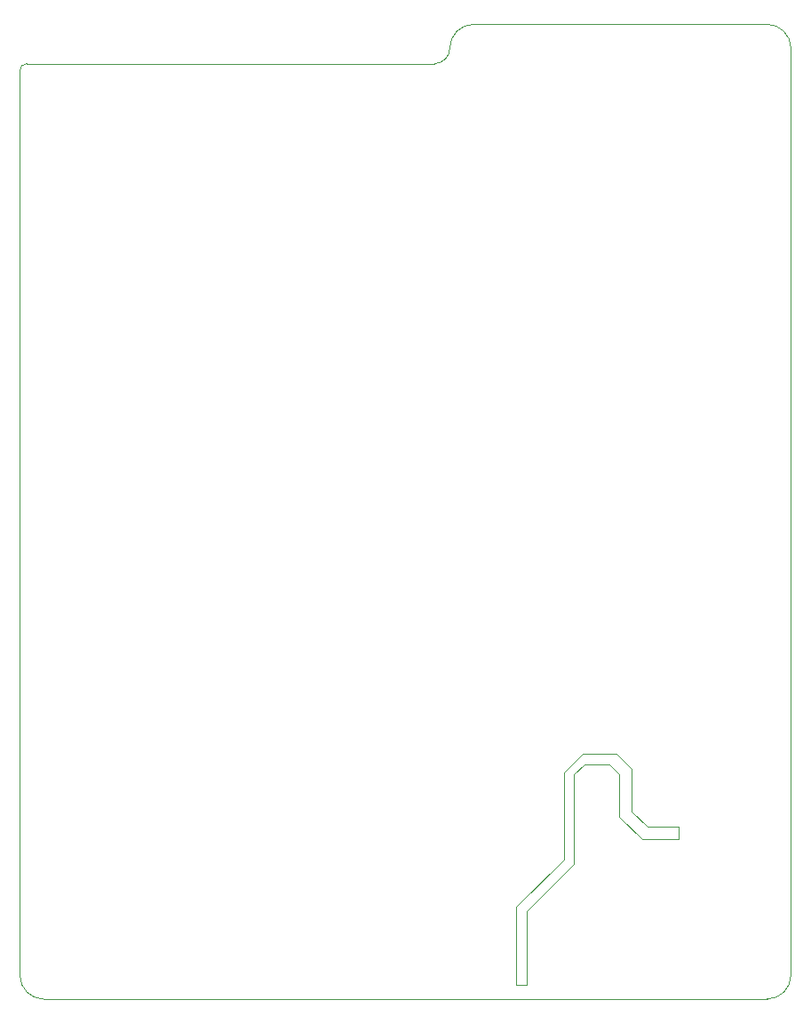
<source format=gbr>
%TF.GenerationSoftware,KiCad,Pcbnew,7.0.10*%
%TF.CreationDate,2024-03-23T12:12:33+07:00*%
%TF.ProjectId,BTL_ESD,42544c5f-4553-4442-9e6b-696361645f70,rev?*%
%TF.SameCoordinates,Original*%
%TF.FileFunction,Profile,NP*%
%FSLAX46Y46*%
G04 Gerber Fmt 4.6, Leading zero omitted, Abs format (unit mm)*
G04 Created by KiCad (PCBNEW 7.0.10) date 2024-03-23 12:12:33*
%MOMM*%
%LPD*%
G01*
G04 APERTURE LIST*
%TA.AperFunction,Profile*%
%ADD10C,0.100000*%
%TD*%
G04 APERTURE END LIST*
D10*
X168884600Y-137388571D02*
G75*
G03*
X171162071Y-135111129I0J2277471D01*
G01*
X149500000Y-115790000D02*
X149500000Y-124080000D01*
X97663000Y-135111129D02*
X97663000Y-48950000D01*
X144999767Y-128583433D02*
X144999767Y-136000000D01*
X171162071Y-46820729D02*
X171162071Y-135111129D01*
X146000000Y-136000000D02*
X146000000Y-129000000D01*
X171162042Y-46820729D02*
G75*
G03*
X168884600Y-44543258I-2277442J29D01*
G01*
X98330000Y-48290000D02*
X137171529Y-48290000D01*
X150500000Y-124500000D02*
X150500000Y-116000000D01*
X156000000Y-115500000D02*
X154500000Y-114000000D01*
X151500000Y-115000000D02*
X153822400Y-115000000D01*
X153822400Y-115000000D02*
X154822400Y-116000000D01*
X150500000Y-116000000D02*
X151500000Y-115000000D01*
X146000261Y-128999739D02*
X150500065Y-124499935D01*
X97663000Y-135111129D02*
G75*
G03*
X99940471Y-137388600I2277500J29D01*
G01*
X137168529Y-48293929D02*
G75*
G03*
X138641729Y-46820729I-29J1473229D01*
G01*
X140919200Y-44543258D02*
X168884600Y-44543258D01*
X160500000Y-122177600D02*
X160500000Y-121000000D01*
X145000000Y-136000000D02*
X146000000Y-136000000D01*
X149496836Y-124086364D02*
X144999767Y-128583433D01*
X98330879Y-48289956D02*
G75*
G03*
X97664956Y-48955923I21J-665944D01*
G01*
X140919200Y-44543229D02*
G75*
G03*
X138641729Y-46820729I0J-2277471D01*
G01*
X156000000Y-119500000D02*
X156000000Y-115500000D01*
X157500000Y-121000000D02*
X156000000Y-119500000D01*
X160500000Y-121000000D02*
X157500000Y-121000000D01*
X154822400Y-120000000D02*
X157000000Y-122177600D01*
X154822400Y-116000000D02*
X154822400Y-120000000D01*
X154500000Y-114000000D02*
X151290000Y-114000000D01*
X157000000Y-122177600D02*
X160500000Y-122177600D01*
X151289480Y-114000552D02*
X149500349Y-115789683D01*
X168884600Y-137388600D02*
X99949000Y-137388600D01*
M02*

</source>
